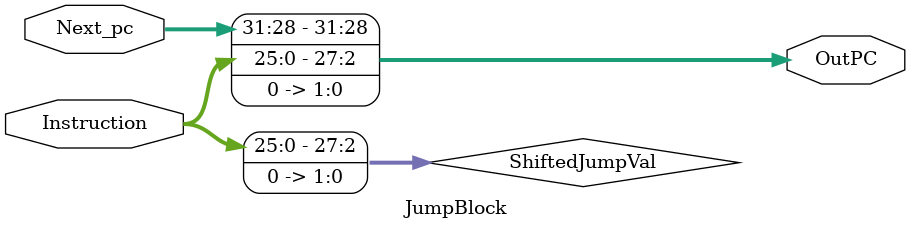
<source format=v>
module JumpBlock(input [31:0] Next_pc , input [31:0] Instruction, output [31:0] OutPC);
    wire [27:0] ShiftedJumpVal;

    assign ShiftedJumpVal = Instruction [25:0] << 2;
    assign OutPC = {Next_pc[31:28],ShiftedJumpVal};
endmodule
</source>
